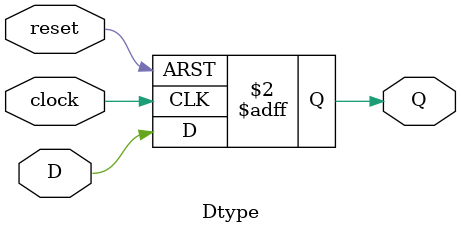
<source format=v>
`timescale 1ns / 1ps
module Dtype(
input clock,
input reset,
input D,
output reg Q
);
always @(posedge clock or posedge reset)
begin
if(reset)
begin
Q <= 0;
end
else
begin
Q <= D;
end
end
endmodule

</source>
